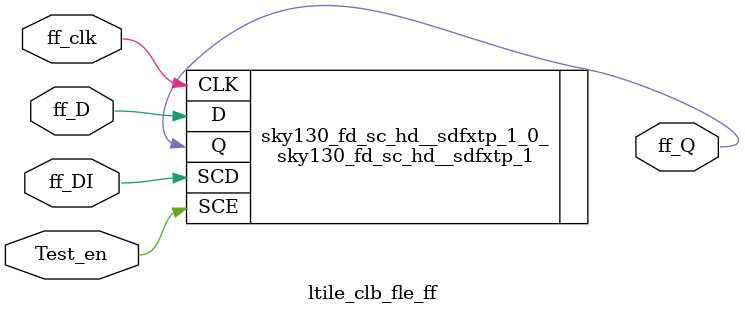
<source format=v>
`timescale 1ns / 1ps

module ltile_clb_fle_ff(Test_en,
                                                                                 ff_D,
                                                                                 ff_DI,
                                                                                 ff_Q,
                                                                                 ff_clk);
//----- GLOBAL PORTS -----
input [0:0] Test_en;
//----- INPUT PORTS -----
input [0:0] ff_D;
//----- INPUT PORTS -----
input [0:0] ff_DI;
//----- OUTPUT PORTS -----
output [0:0] ff_Q;
//----- CLOCK PORTS -----
input [0:0] ff_clk;

//----- BEGIN wire-connection ports -----
wire [0:0] ff_D;
wire [0:0] ff_DI;
wire [0:0] ff_Q;
wire [0:0] ff_clk;
//----- END wire-connection ports -----


//----- BEGIN Registered ports -----
//----- END Registered ports -----



// ----- BEGIN Local short connections -----
// ----- END Local short connections -----
// ----- BEGIN Local output short connections -----
// ----- END Local output short connections -----

	sky130_fd_sc_hd__sdfxtp_1 sky130_fd_sc_hd__sdfxtp_1_0_ (
		.SCE(Test_en[0]),
		.D(ff_D[0]),
		.SCD(ff_DI[0]),
		.CLK(ff_clk[0]),
		.Q(ff_Q[0]));

endmodule
// ----- END Verilog module for ltile_clb_fle_ff -----



</source>
